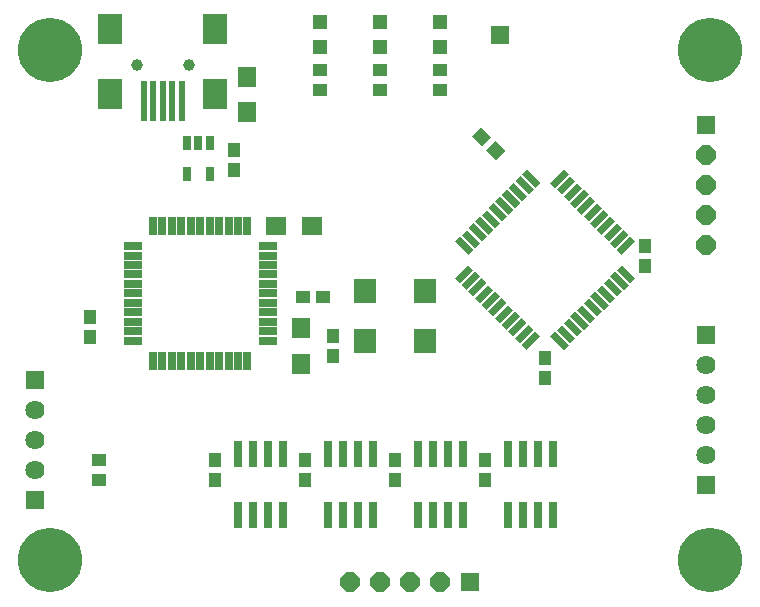
<source format=gts>
G75*
G70*
%OFA0B0*%
%FSLAX24Y24*%
%IPPOS*%
%LPD*%
%AMOC8*
5,1,8,0,0,1.08239X$1,22.5*
%
%ADD10R,0.0276X0.0906*%
%ADD11R,0.0640X0.0640*%
%ADD12OC8,0.0640*%
%ADD13R,0.0434X0.0473*%
%ADD14R,0.0591X0.0670*%
%ADD15R,0.0749X0.0827*%
%ADD16C,0.2140*%
%ADD17C,0.0640*%
%ADD18R,0.0473X0.0434*%
%ADD19R,0.0512X0.0512*%
%ADD20R,0.0631X0.0237*%
%ADD21R,0.0237X0.0631*%
%ADD22R,0.0631X0.0257*%
%ADD23R,0.0257X0.0631*%
%ADD24R,0.0670X0.0591*%
%ADD25R,0.0827X0.1024*%
%ADD26R,0.0237X0.1339*%
%ADD27C,0.0394*%
%ADD28R,0.0257X0.0512*%
D10*
X009867Y010425D03*
X010367Y010425D03*
X010867Y010425D03*
X011367Y010425D03*
X012867Y010425D03*
X013367Y010425D03*
X013867Y010425D03*
X014367Y010425D03*
X015867Y010425D03*
X016367Y010425D03*
X016867Y010425D03*
X017367Y010425D03*
X018867Y010425D03*
X019367Y010425D03*
X019867Y010425D03*
X020367Y010425D03*
X020367Y012472D03*
X019867Y012472D03*
X019367Y012472D03*
X018867Y012472D03*
X017367Y012472D03*
X016867Y012472D03*
X016367Y012472D03*
X015867Y012472D03*
X014367Y012472D03*
X013867Y012472D03*
X013367Y012472D03*
X012867Y012472D03*
X011367Y012472D03*
X010867Y012472D03*
X010367Y012472D03*
X009867Y012472D03*
D11*
X003117Y010948D03*
X003117Y014948D03*
X017617Y008198D03*
X025492Y011448D03*
X025492Y016448D03*
X025492Y023448D03*
X018617Y026448D03*
D12*
X025492Y022448D03*
X025492Y021448D03*
X025492Y020448D03*
X025492Y019448D03*
X016617Y008198D03*
X015617Y008198D03*
X014617Y008198D03*
X013617Y008198D03*
D13*
X015117Y011614D03*
X015117Y012283D03*
X018117Y012283D03*
X018117Y011614D03*
X020117Y014989D03*
X020117Y015658D03*
X023429Y018739D03*
X023429Y019408D03*
X013054Y016408D03*
X013054Y015739D03*
X012117Y012283D03*
X012117Y011614D03*
X009117Y011614D03*
X009117Y012283D03*
X004929Y016364D03*
X004929Y017033D03*
X009741Y021926D03*
X009741Y022595D03*
D14*
X010179Y023858D03*
X010179Y025039D03*
X011992Y016664D03*
X011992Y015483D03*
D15*
X014117Y016246D03*
X014117Y017900D03*
X016117Y017900D03*
X016117Y016246D03*
D16*
X003617Y008948D03*
X003617Y025948D03*
X025617Y025948D03*
X025617Y008948D03*
D17*
X025492Y012448D03*
X025492Y013448D03*
X025492Y014448D03*
X025492Y015448D03*
X003117Y013948D03*
X003117Y012948D03*
X003117Y011948D03*
D18*
X005242Y011614D03*
X005242Y012283D03*
X012032Y017698D03*
X012701Y017698D03*
G36*
X018018Y022740D02*
X017685Y023073D01*
X017992Y023380D01*
X018325Y023047D01*
X018018Y022740D01*
G37*
G36*
X018491Y022267D02*
X018158Y022600D01*
X018465Y022907D01*
X018798Y022574D01*
X018491Y022267D01*
G37*
X016617Y024614D03*
X016617Y025283D03*
X014617Y025283D03*
X014617Y024614D03*
X012617Y024614D03*
X012617Y025283D03*
D19*
X012617Y026035D03*
X012617Y026862D03*
X014617Y026862D03*
X014617Y026035D03*
X016617Y026035D03*
X016617Y026862D03*
D20*
G36*
X020896Y021788D02*
X020451Y021343D01*
X020284Y021510D01*
X020729Y021955D01*
X020896Y021788D01*
G37*
G36*
X021118Y021565D02*
X020673Y021120D01*
X020506Y021287D01*
X020951Y021732D01*
X021118Y021565D01*
G37*
G36*
X021341Y021342D02*
X020896Y020897D01*
X020729Y021064D01*
X021174Y021509D01*
X021341Y021342D01*
G37*
G36*
X021564Y021119D02*
X021119Y020674D01*
X020952Y020841D01*
X021397Y021286D01*
X021564Y021119D01*
G37*
G36*
X021787Y020897D02*
X021342Y020452D01*
X021175Y020619D01*
X021620Y021064D01*
X021787Y020897D01*
G37*
G36*
X022009Y020674D02*
X021564Y020229D01*
X021397Y020396D01*
X021842Y020841D01*
X022009Y020674D01*
G37*
G36*
X022232Y020451D02*
X021787Y020006D01*
X021620Y020173D01*
X022065Y020618D01*
X022232Y020451D01*
G37*
G36*
X022455Y020229D02*
X022010Y019784D01*
X021843Y019951D01*
X022288Y020396D01*
X022455Y020229D01*
G37*
G36*
X022677Y020006D02*
X022232Y019561D01*
X022065Y019728D01*
X022510Y020173D01*
X022677Y020006D01*
G37*
G36*
X022900Y019783D02*
X022455Y019338D01*
X022288Y019505D01*
X022733Y019950D01*
X022900Y019783D01*
G37*
G36*
X023123Y019560D02*
X022678Y019115D01*
X022511Y019282D01*
X022956Y019727D01*
X023123Y019560D01*
G37*
G36*
X019949Y016387D02*
X019504Y015942D01*
X019337Y016109D01*
X019782Y016554D01*
X019949Y016387D01*
G37*
G36*
X019727Y016610D02*
X019282Y016165D01*
X019115Y016332D01*
X019560Y016777D01*
X019727Y016610D01*
G37*
G36*
X019504Y016832D02*
X019059Y016387D01*
X018892Y016554D01*
X019337Y016999D01*
X019504Y016832D01*
G37*
G36*
X019281Y017055D02*
X018836Y016610D01*
X018669Y016777D01*
X019114Y017222D01*
X019281Y017055D01*
G37*
G36*
X019058Y017278D02*
X018613Y016833D01*
X018446Y017000D01*
X018891Y017445D01*
X019058Y017278D01*
G37*
G36*
X018836Y017500D02*
X018391Y017055D01*
X018224Y017222D01*
X018669Y017667D01*
X018836Y017500D01*
G37*
G36*
X018613Y017723D02*
X018168Y017278D01*
X018001Y017445D01*
X018446Y017890D01*
X018613Y017723D01*
G37*
G36*
X018390Y017946D02*
X017945Y017501D01*
X017778Y017668D01*
X018223Y018113D01*
X018390Y017946D01*
G37*
G36*
X018168Y018168D02*
X017723Y017723D01*
X017556Y017890D01*
X018001Y018335D01*
X018168Y018168D01*
G37*
G36*
X017945Y018391D02*
X017500Y017946D01*
X017333Y018113D01*
X017778Y018558D01*
X017945Y018391D01*
G37*
G36*
X017722Y018614D02*
X017277Y018169D01*
X017110Y018336D01*
X017555Y018781D01*
X017722Y018614D01*
G37*
D21*
G36*
X017722Y019282D02*
X017555Y019115D01*
X017110Y019560D01*
X017277Y019727D01*
X017722Y019282D01*
G37*
G36*
X017945Y019505D02*
X017778Y019338D01*
X017333Y019783D01*
X017500Y019950D01*
X017945Y019505D01*
G37*
G36*
X018168Y019728D02*
X018001Y019561D01*
X017556Y020006D01*
X017723Y020173D01*
X018168Y019728D01*
G37*
G36*
X018390Y019951D02*
X018223Y019784D01*
X017778Y020229D01*
X017945Y020396D01*
X018390Y019951D01*
G37*
G36*
X018613Y020173D02*
X018446Y020006D01*
X018001Y020451D01*
X018168Y020618D01*
X018613Y020173D01*
G37*
G36*
X018836Y020396D02*
X018669Y020229D01*
X018224Y020674D01*
X018391Y020841D01*
X018836Y020396D01*
G37*
G36*
X019058Y020619D02*
X018891Y020452D01*
X018446Y020897D01*
X018613Y021064D01*
X019058Y020619D01*
G37*
G36*
X019281Y020841D02*
X019114Y020674D01*
X018669Y021119D01*
X018836Y021286D01*
X019281Y020841D01*
G37*
G36*
X019504Y021064D02*
X019337Y020897D01*
X018892Y021342D01*
X019059Y021509D01*
X019504Y021064D01*
G37*
G36*
X019727Y021287D02*
X019560Y021120D01*
X019115Y021565D01*
X019282Y021732D01*
X019727Y021287D01*
G37*
G36*
X019949Y021510D02*
X019782Y021343D01*
X019337Y021788D01*
X019504Y021955D01*
X019949Y021510D01*
G37*
G36*
X023123Y018336D02*
X022956Y018169D01*
X022511Y018614D01*
X022678Y018781D01*
X023123Y018336D01*
G37*
G36*
X022900Y018113D02*
X022733Y017946D01*
X022288Y018391D01*
X022455Y018558D01*
X022900Y018113D01*
G37*
G36*
X022677Y017890D02*
X022510Y017723D01*
X022065Y018168D01*
X022232Y018335D01*
X022677Y017890D01*
G37*
G36*
X022455Y017668D02*
X022288Y017501D01*
X021843Y017946D01*
X022010Y018113D01*
X022455Y017668D01*
G37*
G36*
X022232Y017445D02*
X022065Y017278D01*
X021620Y017723D01*
X021787Y017890D01*
X022232Y017445D01*
G37*
G36*
X022009Y017222D02*
X021842Y017055D01*
X021397Y017500D01*
X021564Y017667D01*
X022009Y017222D01*
G37*
G36*
X021787Y017000D02*
X021620Y016833D01*
X021175Y017278D01*
X021342Y017445D01*
X021787Y017000D01*
G37*
G36*
X021564Y016777D02*
X021397Y016610D01*
X020952Y017055D01*
X021119Y017222D01*
X021564Y016777D01*
G37*
G36*
X021341Y016554D02*
X021174Y016387D01*
X020729Y016832D01*
X020896Y016999D01*
X021341Y016554D01*
G37*
G36*
X021118Y016332D02*
X020951Y016165D01*
X020506Y016610D01*
X020673Y016777D01*
X021118Y016332D01*
G37*
G36*
X020896Y016109D02*
X020729Y015942D01*
X020284Y016387D01*
X020451Y016554D01*
X020896Y016109D01*
G37*
D22*
X010861Y016248D03*
X010861Y016563D03*
X010861Y016878D03*
X010861Y017193D03*
X010861Y017508D03*
X010861Y017823D03*
X010861Y018138D03*
X010861Y018453D03*
X010861Y018768D03*
X010861Y019083D03*
X010861Y019398D03*
X006372Y019398D03*
X006372Y019083D03*
X006372Y018768D03*
X006372Y018453D03*
X006372Y018138D03*
X006372Y017823D03*
X006372Y017508D03*
X006372Y017193D03*
X006372Y016878D03*
X006372Y016563D03*
X006372Y016248D03*
D23*
X007042Y015579D03*
X007357Y015579D03*
X007672Y015579D03*
X007987Y015579D03*
X008302Y015579D03*
X008617Y015579D03*
X008931Y015579D03*
X009246Y015579D03*
X009561Y015579D03*
X009876Y015579D03*
X010191Y015579D03*
X010191Y020067D03*
X009876Y020067D03*
X009561Y020067D03*
X009246Y020067D03*
X008931Y020067D03*
X008617Y020067D03*
X008302Y020067D03*
X007987Y020067D03*
X007672Y020067D03*
X007357Y020067D03*
X007042Y020067D03*
D24*
X011151Y020073D03*
X012332Y020073D03*
D25*
X009119Y024464D03*
X009119Y026629D03*
X005615Y026629D03*
X005615Y024464D03*
D26*
X006737Y024228D03*
X007052Y024228D03*
X007367Y024228D03*
X007681Y024228D03*
X007996Y024228D03*
D27*
X008233Y025448D03*
X006500Y025448D03*
D28*
X008180Y022835D03*
X008554Y022835D03*
X008928Y022835D03*
X008928Y021811D03*
X008180Y021811D03*
M02*

</source>
